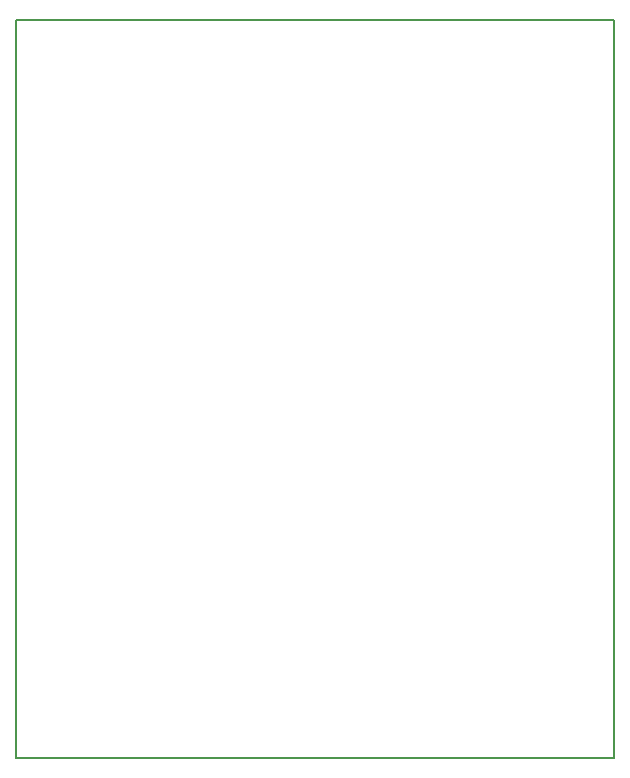
<source format=gm1>
G04 MADE WITH FRITZING*
G04 WWW.FRITZING.ORG*
G04 SINGLE SIDED*
G04 HOLES NOT PLATED*
G04 CONTOUR ON CENTER OF CONTOUR VECTOR*
%ASAXBY*%
%FSLAX23Y23*%
%MOIN*%
%OFA0B0*%
%SFA1.0B1.0*%
%ADD10R,2.001240X2.470410*%
%ADD11C,0.008000*%
%ADD10C,0.008*%
%LNCONTOUR*%
G90*
G70*
G54D10*
G54D11*
X4Y2466D02*
X1997Y2466D01*
X1997Y4D01*
X4Y4D01*
X4Y2466D01*
D02*
G04 End of contour*
M02*
</source>
